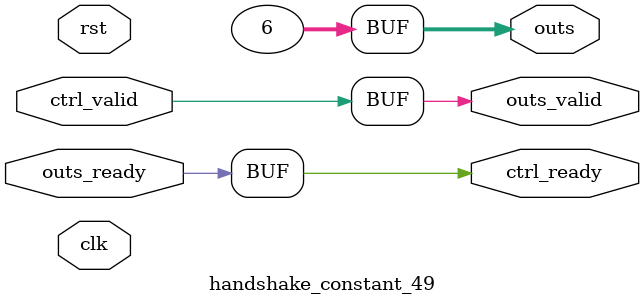
<source format=v>
`timescale 1ns / 1ps
module handshake_constant_49 #(
  parameter DATA_WIDTH = 32  // Default set to 32 bits
) (
  input                       clk,
  input                       rst,
  // Input Channel
  input                       ctrl_valid,
  output                      ctrl_ready,
  // Output Channel
  output [DATA_WIDTH - 1 : 0] outs,
  output                      outs_valid,
  input                       outs_ready
);
  assign outs       = 4'b0110;
  assign outs_valid = ctrl_valid;
  assign ctrl_ready = outs_ready;

endmodule

</source>
